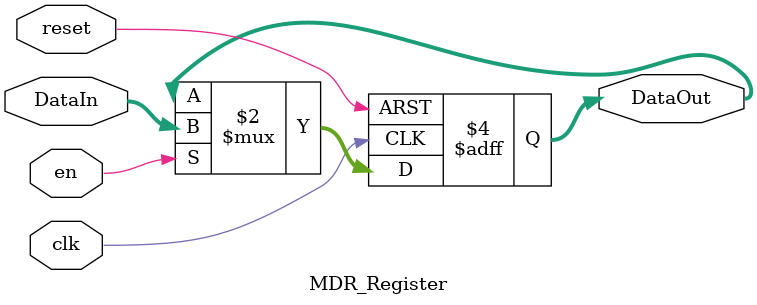
<source format=v>
module MDR_Register (
    input clk,
    input reset,
    input en,
    input [15:0] DataIn,
    output reg [15:0] DataOut
);
    always @(posedge clk or posedge reset) begin
        if (reset) DataOut <= 16'h0000;
        else if (en) DataOut <= DataIn;
    end
endmodule

</source>
